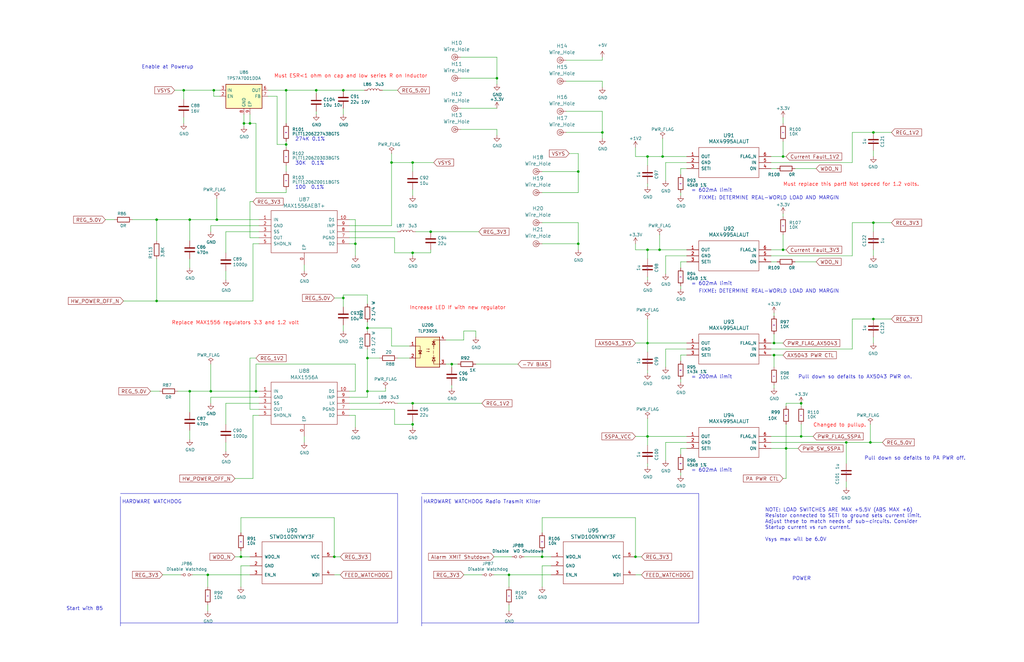
<source format=kicad_sch>
(kicad_sch (version 20230121) (generator eeschema)
  (paper "USLedger")
  (title_block (title "Radiation Tolerant PacSat Communication") (date "2023-06-17") (rev "A") (company "AMSAT-NA") (comment 1 "N5BRG"))
  (junction (at 181.61 97.79))
  (junction (at 228.6 234.95))
  (junction (at 101.6 234.95))
  (junction (at 140.97 234.95))
  (junction (at 326.39 144.78))
  (junction (at 254 55.88))
  (junction (at 279.4 66.04))
  (junction (at 173.99 106.68))
  (junction (at 77.47 38.1))
  (junction (at 278.13 105.41))
  (junction (at 66.04 127))
  (junction (at 80.01 165.1))
  (junction (at 267.97 234.95))
  (junction (at 273.05 184.15))
  (junction (at 154.94 151.13))
  (junction (at 144.78 38.1))
  (junction (at 368.3 134.62))
  (junction (at 88.9 165.1))
  (junction (at 243.84 72.39))
  (junction (at 337.82 170.18))
  (junction (at 120.65 60.96))
  (junction (at 102.87 52.07))
  (junction (at 90.17 38.1))
  (junction (at 144.78 125.73))
  (junction (at 149.86 102.87))
  (junction (at 154.94 138.43))
  (junction (at 330.2 105.41))
  (junction (at 214.63 242.57))
  (junction (at 105.41 52.07))
  (junction (at 154.94 165.1))
  (junction (at 165.1 68.58))
  (junction (at 173.99 179.07))
  (junction (at 337.82 184.15))
  (junction (at 356.87 186.69))
  (junction (at 133.35 38.1))
  (junction (at 120.65 38.1))
  (junction (at 330.2 66.04))
  (junction (at 87.63 242.57))
  (junction (at 80.01 92.71))
  (junction (at 368.3 55.88))
  (junction (at 107.95 165.1))
  (junction (at 91.44 92.71))
  (junction (at 173.99 170.18))
  (junction (at 243.84 102.87))
  (junction (at 173.99 68.58))
  (junction (at 273.05 105.41))
  (junction (at 326.39 149.86))
  (junction (at 209.55 33.02))
  (junction (at 66.04 92.71))
  (junction (at 273.05 66.04))
  (junction (at 331.47 189.23))
  (junction (at 367.03 186.69))
  (junction (at 368.3 93.98))
  (junction (at 273.05 144.78))
  (junction (at 190.5 153.67))
  (wire (pts (xy 287.02 81.28) (xy 287.02 82.55)))
  (wire (pts (xy 273.05 176.53) (xy 273.05 184.15)))
  (wire (pts (xy 147.32 172.72) (xy 166.37 172.72)))
  (wire (pts (xy 220.98 234.95) (xy 228.6 234.95)))
  (wire (pts (xy 194.31 54.61) (xy 209.55 54.61)))
  (wire (pts (xy 330.2 66.04) (xy 331.47 66.04)))
  (wire (pts (xy 273.05 156.21) (xy 273.05 157.48)))
  (wire (pts (xy 195.58 143.51) (xy 195.58 139.7)))
  (wire (pts (xy 243.84 64.77) (xy 240.03 64.77)))
  (polyline (pts (xy 50.8 208.28) (xy 167.64 208.28)))
  (wire (pts (xy 107.95 81.28) (xy 120.65 81.28)))
  (wire (pts (xy 95.25 97.79) (xy 95.25 106.68)))
  (wire (pts (xy 200.66 139.7) (xy 200.66 142.24)))
  (wire (pts (xy 359.41 107.95) (xy 359.41 93.98)))
  (wire (pts (xy 120.65 60.96) (xy 120.65 62.23)))
  (wire (pts (xy 359.41 68.58) (xy 359.41 55.88)))
  (wire (pts (xy 166.37 172.72) (xy 166.37 179.07)))
  (wire (pts (xy 66.04 109.22) (xy 66.04 127)))
  (polyline (pts (xy 167.64 262.89) (xy 50.8 262.89)))
  (wire (pts (xy 190.5 153.67) (xy 193.04 153.67)))
  (wire (pts (xy 105.41 100.33) (xy 109.22 100.33)))
  (wire (pts (xy 359.41 134.62) (xy 359.41 147.32)))
  (wire (pts (xy 273.05 184.15) (xy 289.56 184.15)))
  (wire (pts (xy 330.2 49.53) (xy 330.2 52.07)))
  (wire (pts (xy 368.3 93.98) (xy 375.92 93.98)))
  (wire (pts (xy 190.5 153.67) (xy 190.5 154.94)))
  (wire (pts (xy 95.25 114.3) (xy 95.25 118.11)))
  (polyline (pts (xy 294.64 262.89) (xy 177.8 262.89)))
  (wire (pts (xy 172.72 146.05) (xy 165.1 146.05)))
  (wire (pts (xy 144.78 38.1) (xy 153.67 38.1)))
  (wire (pts (xy 330.2 201.93) (xy 331.47 201.93)))
  (wire (pts (xy 77.47 49.53) (xy 77.47 52.07)))
  (wire (pts (xy 228.6 234.95) (xy 232.41 234.95)))
  (wire (pts (xy 144.78 124.46) (xy 144.78 125.73)))
  (wire (pts (xy 337.82 170.18) (xy 337.82 171.45)))
  (wire (pts (xy 116.84 60.96) (xy 120.65 60.96)))
  (wire (pts (xy 287.02 152.4) (xy 287.02 149.86)))
  (wire (pts (xy 81.28 242.57) (xy 87.63 242.57)))
  (wire (pts (xy 116.84 40.64) (xy 116.84 60.96)))
  (wire (pts (xy 147.32 165.1) (xy 149.86 165.1)))
  (wire (pts (xy 331.47 179.07) (xy 331.47 189.23)))
  (wire (pts (xy 99.06 234.95) (xy 101.6 234.95)))
  (wire (pts (xy 279.4 66.04) (xy 289.56 66.04)))
  (wire (pts (xy 105.41 238.76) (xy 101.6 238.76)))
  (wire (pts (xy 335.28 71.12) (xy 344.17 71.12)))
  (wire (pts (xy 120.65 69.85) (xy 120.65 72.39)))
  (wire (pts (xy 101.6 234.95) (xy 105.41 234.95)))
  (wire (pts (xy 181.61 106.68) (xy 173.99 106.68)))
  (wire (pts (xy 109.22 97.79) (xy 95.25 97.79)))
  (wire (pts (xy 209.55 54.61) (xy 209.55 57.15)))
  (wire (pts (xy 368.3 66.04) (xy 368.3 63.5)))
  (wire (pts (xy 140.97 234.95) (xy 143.51 234.95)))
  (wire (pts (xy 44.45 92.71) (xy 48.26 92.71)))
  (wire (pts (xy 109.22 175.26) (xy 106.68 175.26)))
  (wire (pts (xy 368.3 105.41) (xy 368.3 107.95)))
  (wire (pts (xy 273.05 109.22) (xy 273.05 105.41)))
  (wire (pts (xy 254 46.99) (xy 254 55.88)))
  (wire (pts (xy 90.17 40.64) (xy 92.71 40.64)))
  (wire (pts (xy 356.87 186.69) (xy 367.03 186.69)))
  (wire (pts (xy 325.12 66.04) (xy 330.2 66.04)))
  (wire (pts (xy 337.82 184.15) (xy 342.9 184.15)))
  (wire (pts (xy 287.02 191.77) (xy 287.02 189.23)))
  (wire (pts (xy 106.68 201.93) (xy 106.68 175.26)))
  (wire (pts (xy 105.41 48.26) (xy 105.41 52.07)))
  (wire (pts (xy 167.64 151.13) (xy 172.72 151.13)))
  (wire (pts (xy 173.99 80.01) (xy 173.99 82.55)))
  (wire (pts (xy 267.97 62.23) (xy 267.97 66.04)))
  (wire (pts (xy 181.61 105.41) (xy 181.61 106.68)))
  (wire (pts (xy 113.03 40.64) (xy 116.84 40.64)))
  (wire (pts (xy 368.3 55.88) (xy 375.92 55.88)))
  (wire (pts (xy 120.65 59.69) (xy 120.65 60.96)))
  (wire (pts (xy 102.87 52.07) (xy 102.87 53.34)))
  (wire (pts (xy 190.5 162.56) (xy 190.5 163.83)))
  (wire (pts (xy 182.88 68.58) (xy 173.99 68.58)))
  (wire (pts (xy 154.94 138.43) (xy 154.94 139.7)))
  (wire (pts (xy 326.39 144.78) (xy 325.12 144.78)))
  (wire (pts (xy 273.05 148.59) (xy 273.05 144.78)))
  (wire (pts (xy 107.95 81.28) (xy 107.95 52.07)))
  (wire (pts (xy 278.13 105.41) (xy 289.56 105.41)))
  (wire (pts (xy 109.22 167.64) (xy 88.9 167.64)))
  (wire (pts (xy 273.05 134.62) (xy 273.05 144.78)))
  (wire (pts (xy 77.47 38.1) (xy 90.17 38.1)))
  (wire (pts (xy 149.86 102.87) (xy 149.86 107.95)))
  (wire (pts (xy 208.28 242.57) (xy 214.63 242.57)))
  (wire (pts (xy 144.78 124.46) (xy 154.94 124.46)))
  (wire (pts (xy 133.35 46.99) (xy 133.35 48.26)))
  (wire (pts (xy 287.02 199.39) (xy 287.02 200.66)))
  (wire (pts (xy 200.66 153.67) (xy 218.44 153.67)))
  (wire (pts (xy 273.05 69.85) (xy 273.05 66.04)))
  (wire (pts (xy 77.47 41.91) (xy 77.47 38.1)))
  (wire (pts (xy 331.47 170.18) (xy 331.47 171.45)))
  (wire (pts (xy 243.84 102.87) (xy 243.84 105.41)))
  (wire (pts (xy 326.39 132.08) (xy 326.39 133.35)))
  (wire (pts (xy 101.6 218.44) (xy 140.97 218.44)))
  (wire (pts (xy 368.3 134.62) (xy 375.92 134.62)))
  (polyline (pts (xy 177.8 208.28) (xy 294.64 208.28)))
  (wire (pts (xy 330.2 66.04) (xy 330.2 59.69)))
  (wire (pts (xy 95.25 186.69) (xy 95.25 190.5)))
  (wire (pts (xy 325.12 184.15) (xy 337.82 184.15)))
  (wire (pts (xy 173.99 72.39) (xy 173.99 68.58)))
  (wire (pts (xy 273.05 195.58) (xy 273.05 196.85)))
  (wire (pts (xy 149.86 92.71) (xy 149.86 102.87)))
  (wire (pts (xy 80.01 165.1) (xy 88.9 165.1)))
  (wire (pts (xy 187.96 143.51) (xy 195.58 143.51)))
  (wire (pts (xy 326.39 149.86) (xy 326.39 154.94)))
  (wire (pts (xy 173.99 179.07) (xy 173.99 180.34)))
  (wire (pts (xy 106.68 102.87) (xy 109.22 102.87)))
  (wire (pts (xy 356.87 195.58) (xy 356.87 186.69)))
  (wire (pts (xy 66.04 92.71) (xy 66.04 101.6)))
  (wire (pts (xy 273.05 144.78) (xy 289.56 144.78)))
  (wire (pts (xy 80.01 92.71) (xy 80.01 101.6)))
  (wire (pts (xy 287.02 160.02) (xy 287.02 161.29)))
  (wire (pts (xy 144.78 137.16) (xy 144.78 139.7)))
  (wire (pts (xy 287.02 73.66) (xy 287.02 71.12)))
  (wire (pts (xy 165.1 95.25) (xy 165.1 68.58)))
  (wire (pts (xy 95.25 170.18) (xy 95.25 179.07)))
  (wire (pts (xy 162.56 163.83) (xy 162.56 165.1)))
  (wire (pts (xy 161.29 38.1) (xy 167.64 38.1)))
  (wire (pts (xy 154.94 151.13) (xy 160.02 151.13)))
  (wire (pts (xy 133.35 39.37) (xy 133.35 38.1)))
  (wire (pts (xy 76.2 242.57) (xy 68.58 242.57)))
  (wire (pts (xy 88.9 165.1) (xy 107.95 165.1)))
  (wire (pts (xy 326.39 162.56) (xy 326.39 163.83)))
  (wire (pts (xy 147.32 102.87) (xy 149.86 102.87)))
  (wire (pts (xy 87.63 255.27) (xy 87.63 257.81)))
  (wire (pts (xy 267.97 66.04) (xy 273.05 66.04)))
  (wire (pts (xy 209.55 24.13) (xy 209.55 33.02)))
  (wire (pts (xy 267.97 218.44) (xy 267.97 234.95)))
  (wire (pts (xy 105.41 151.13) (xy 107.95 151.13)))
  (wire (pts (xy 331.47 189.23) (xy 336.55 189.23)))
  (wire (pts (xy 187.96 153.67) (xy 190.5 153.67)))
  (wire (pts (xy 287.02 110.49) (xy 289.56 110.49)))
  (wire (pts (xy 133.35 38.1) (xy 144.78 38.1)))
  (wire (pts (xy 105.41 52.07) (xy 107.95 52.07)))
  (wire (pts (xy 120.65 80.01) (xy 120.65 81.28)))
  (wire (pts (xy 368.3 144.78) (xy 368.3 142.24)))
  (wire (pts (xy 154.94 151.13) (xy 154.94 165.1)))
  (wire (pts (xy 102.87 48.26) (xy 102.87 52.07)))
  (wire (pts (xy 167.64 170.18) (xy 173.99 170.18)))
  (wire (pts (xy 113.03 38.1) (xy 120.65 38.1)))
  (wire (pts (xy 165.1 138.43) (xy 154.94 138.43)))
  (wire (pts (xy 330.2 105.41) (xy 331.47 105.41)))
  (wire (pts (xy 107.95 153.67) (xy 107.95 165.1)))
  (wire (pts (xy 144.78 45.72) (xy 144.78 48.26)))
  (wire (pts (xy 289.56 68.58) (xy 280.67 68.58)))
  (wire (pts (xy 273.05 105.41) (xy 278.13 105.41)))
  (wire (pts (xy 128.27 184.15) (xy 128.27 186.69)))
  (wire (pts (xy 173.99 177.8) (xy 173.99 179.07)))
  (wire (pts (xy 106.68 127) (xy 106.68 102.87)))
  (wire (pts (xy 267.97 184.15) (xy 273.05 184.15)))
  (wire (pts (xy 149.86 175.26) (xy 149.86 180.34)))
  (wire (pts (xy 238.76 55.88) (xy 254 55.88)))
  (wire (pts (xy 228.6 238.76) (xy 228.6 247.65)))
  (wire (pts (xy 80.01 109.22) (xy 80.01 113.03)))
  (wire (pts (xy 74.93 165.1) (xy 80.01 165.1)))
  (wire (pts (xy 287.02 71.12) (xy 289.56 71.12)))
  (wire (pts (xy 175.26 97.79) (xy 181.61 97.79)))
  (wire (pts (xy 209.55 33.02) (xy 209.55 35.56)))
  (wire (pts (xy 359.41 93.98) (xy 368.3 93.98)))
  (wire (pts (xy 88.9 95.25) (xy 88.9 97.79)))
  (wire (pts (xy 254 34.29) (xy 254 36.83)))
  (wire (pts (xy 368.3 93.98) (xy 368.3 97.79)))
  (wire (pts (xy 173.99 106.68) (xy 173.99 107.95)))
  (wire (pts (xy 147.32 97.79) (xy 167.64 97.79)))
  (wire (pts (xy 238.76 25.4) (xy 254 25.4)))
  (wire (pts (xy 287.02 120.65) (xy 287.02 121.92)))
  (wire (pts (xy 273.05 66.04) (xy 279.4 66.04)))
  (wire (pts (xy 228.6 224.79) (xy 228.6 218.44)))
  (wire (pts (xy 367.03 186.69) (xy 372.11 186.69)))
  (wire (pts (xy 254 55.88) (xy 254 58.42)))
  (wire (pts (xy 287.02 189.23) (xy 289.56 189.23)))
  (wire (pts (xy 330.2 105.41) (xy 330.2 99.06)))
  (wire (pts (xy 243.84 72.39) (xy 243.84 81.28)))
  (wire (pts (xy 267.97 234.95) (xy 270.51 234.95)))
  (polyline (pts (xy 50.8 264.16) (xy 50.8 209.55)))
  (wire (pts (xy 243.84 93.98) (xy 243.84 102.87)))
  (wire (pts (xy 228.6 93.98) (xy 243.84 93.98)))
  (wire (pts (xy 90.17 38.1) (xy 90.17 40.64)))
  (wire (pts (xy 359.41 147.32) (xy 325.12 147.32)))
  (wire (pts (xy 87.63 242.57) (xy 87.63 247.65)))
  (wire (pts (xy 105.41 85.09) (xy 106.68 85.09)))
  (wire (pts (xy 273.05 187.96) (xy 273.05 184.15)))
  (wire (pts (xy 109.22 170.18) (xy 95.25 170.18)))
  (wire (pts (xy 166.37 106.68) (xy 173.99 106.68)))
  (wire (pts (xy 214.63 255.27) (xy 214.63 257.81)))
  (wire (pts (xy 80.01 92.71) (xy 91.44 92.71)))
  (wire (pts (xy 228.6 102.87) (xy 243.84 102.87)))
  (wire (pts (xy 140.97 242.57) (xy 143.51 242.57)))
  (wire (pts (xy 325.12 149.86) (xy 326.39 149.86)))
  (wire (pts (xy 194.31 45.72) (xy 209.55 45.72)))
  (wire (pts (xy 238.76 46.99) (xy 254 46.99)))
  (wire (pts (xy 91.44 92.71) (xy 109.22 92.71)))
  (wire (pts (xy 325.12 71.12) (xy 327.66 71.12)))
  (wire (pts (xy 105.41 85.09) (xy 105.41 100.33)))
  (wire (pts (xy 147.32 95.25) (xy 165.1 95.25)))
  (wire (pts (xy 154.94 147.32) (xy 154.94 151.13)))
  (wire (pts (xy 335.28 110.49) (xy 344.17 110.49)))
  (wire (pts (xy 267.97 144.78) (xy 273.05 144.78)))
  (wire (pts (xy 147.32 170.18) (xy 160.02 170.18)))
  (wire (pts (xy 267.97 105.41) (xy 273.05 105.41)))
  (wire (pts (xy 367.03 179.07) (xy 367.03 186.69)))
  (wire (pts (xy 88.9 153.67) (xy 88.9 165.1)))
  (wire (pts (xy 214.63 242.57) (xy 232.41 242.57)))
  (wire (pts (xy 66.04 92.71) (xy 80.01 92.71)))
  (wire (pts (xy 325.12 105.41) (xy 330.2 105.41)))
  (wire (pts (xy 166.37 100.33) (xy 166.37 106.68)))
  (wire (pts (xy 120.65 38.1) (xy 120.65 52.07)))
  (wire (pts (xy 273.05 77.47) (xy 273.05 78.74)))
  (wire (pts (xy 88.9 167.64) (xy 88.9 170.18)))
  (wire (pts (xy 330.2 90.17) (xy 330.2 91.44)))
  (wire (pts (xy 109.22 95.25) (xy 88.9 95.25)))
  (wire (pts (xy 280.67 147.32) (xy 280.67 154.94)))
  (wire (pts (xy 331.47 189.23) (xy 331.47 201.93)))
  (wire (pts (xy 289.56 107.95) (xy 280.67 107.95)))
  (wire (pts (xy 267.97 102.87) (xy 267.97 105.41)))
  (wire (pts (xy 228.6 81.28) (xy 243.84 81.28)))
  (wire (pts (xy 165.1 68.58) (xy 173.99 68.58)))
  (wire (pts (xy 330.2 149.86) (xy 326.39 149.86)))
  (wire (pts (xy 154.94 165.1) (xy 154.94 167.64)))
  (wire (pts (xy 359.41 134.62) (xy 368.3 134.62)))
  (wire (pts (xy 105.41 172.72) (xy 105.41 151.13)))
  (wire (pts (xy 90.17 38.1) (xy 92.71 38.1)))
  (wire (pts (xy 325.12 110.49) (xy 327.66 110.49)))
  (polyline (pts (xy 167.64 208.28) (xy 167.64 262.89)))
  (wire (pts (xy 254 24.13) (xy 254 25.4)))
  (wire (pts (xy 289.56 186.69) (xy 280.67 186.69)))
  (wire (pts (xy 273.05 116.84) (xy 273.05 118.11)))
  (wire (pts (xy 287.02 149.86) (xy 289.56 149.86)))
  (wire (pts (xy 232.41 238.76) (xy 228.6 238.76)))
  (wire (pts (xy 52.07 127) (xy 66.04 127)))
  (wire (pts (xy 154.94 135.89) (xy 154.94 138.43)))
  (wire (pts (xy 101.6 232.41) (xy 101.6 234.95)))
  (wire (pts (xy 326.39 140.97) (xy 326.39 144.78)))
  (wire (pts (xy 87.63 242.57) (xy 105.41 242.57)))
  (wire (pts (xy 194.31 24.13) (xy 209.55 24.13)))
  (wire (pts (xy 337.82 170.18) (xy 331.47 170.18)))
  (wire (pts (xy 147.32 92.71) (xy 149.86 92.71)))
  (wire (pts (xy 120.65 38.1) (xy 133.35 38.1)))
  (wire (pts (xy 109.22 172.72) (xy 105.41 172.72)))
  (polyline (pts (xy 177.8 264.16) (xy 177.8 209.55)))
  (wire (pts (xy 195.58 139.7) (xy 200.66 139.7)))
  (wire (pts (xy 325.12 186.69) (xy 356.87 186.69)))
  (wire (pts (xy 359.41 55.88) (xy 368.3 55.88)))
  (wire (pts (xy 166.37 179.07) (xy 173.99 179.07)))
  (wire (pts (xy 165.1 146.05) (xy 165.1 138.43)))
  (wire (pts (xy 289.56 147.32) (xy 280.67 147.32)))
  (wire (pts (xy 243.84 64.77) (xy 243.84 72.39)))
  (wire (pts (xy 101.6 224.79) (xy 101.6 218.44)))
  (wire (pts (xy 214.63 242.57) (xy 214.63 247.65)))
  (wire (pts (xy 356.87 205.74) (xy 356.87 203.2)))
  (wire (pts (xy 325.12 107.95) (xy 359.41 107.95)))
  (wire (pts (xy 144.78 125.73) (xy 140.97 125.73)))
  (wire (pts (xy 267.97 242.57) (xy 270.51 242.57)))
  (wire (pts (xy 66.04 127) (xy 106.68 127)))
  (wire (pts (xy 173.99 170.18) (xy 203.2 170.18)))
  (wire (pts (xy 147.32 167.64) (xy 154.94 167.64)))
  (wire (pts (xy 102.87 52.07) (xy 105.41 52.07)))
  (wire (pts (xy 330.2 144.78) (xy 326.39 144.78)))
  (wire (pts (xy 287.02 113.03) (xy 287.02 110.49)))
  (wire (pts (xy 154.94 124.46) (xy 154.94 128.27)))
  (wire (pts (xy 325.12 189.23) (xy 331.47 189.23)))
  (wire (pts (xy 337.82 179.07) (xy 337.82 184.15)))
  (wire (pts (xy 80.01 165.1) (xy 80.01 173.99)))
  (wire (pts (xy 165.1 64.77) (xy 165.1 68.58)))
  (wire (pts (xy 147.32 175.26) (xy 149.86 175.26)))
  (wire (pts (xy 228.6 218.44) (xy 267.97 218.44)))
  (wire (pts (xy 149.86 153.67) (xy 107.95 153.67)))
  (wire (pts (xy 128.27 111.76) (xy 128.27 114.3)))
  (wire (pts (xy 278.13 99.06) (xy 278.13 105.41)))
  (wire (pts (xy 144.78 129.54) (xy 144.78 125.73)))
  (wire (pts (xy 280.67 186.69) (xy 280.67 194.31)))
  (wire (pts (xy 280.67 68.58) (xy 280.67 76.2)))
  (wire (pts (xy 228.6 232.41) (xy 228.6 234.95)))
  (wire (pts (xy 55.88 92.71) (xy 66.04 92.71)))
  (wire (pts (xy 149.86 165.1) (xy 149.86 153.67)))
  (wire (pts (xy 91.44 83.82) (xy 91.44 92.71)))
  (wire (pts (xy 101.6 238.76) (xy 101.6 247.65)))
  (wire (pts (xy 279.4 58.42) (xy 279.4 66.04)))
  (wire (pts (xy 325.12 68.58) (xy 359.41 68.58)))
  (wire (pts (xy 147.32 100.33) (xy 166.37 100.33)))
  (wire (pts (xy 77.47 38.1) (xy 73.66 38.1)))
  (wire (pts (xy 228.6 72.39) (xy 243.84 72.39)))
  (wire (pts (xy 63.5 165.1) (xy 67.31 165.1)))
  (wire (pts (xy 194.31 33.02) (xy 209.55 33.02)))
  (wire (pts (xy 107.95 165.1) (xy 109.22 165.1)))
  (wire (pts (xy 208.28 234.95) (xy 215.9 234.95)))
  (wire (pts (xy 181.61 97.79) (xy 201.93 97.79)))
  (polyline (pts (xy 294.64 208.28) (xy 294.64 262.89)))
  (wire (pts (xy 140.97 218.44) (xy 140.97 234.95)))
  (wire (pts (xy 80.01 181.61) (xy 80.01 185.42)))
  (wire (pts (xy 154.94 165.1) (xy 162.56 165.1)))
  (wire (pts (xy 99.06 201.93) (xy 106.68 201.93)))
  (wire (pts (xy 280.67 107.95) (xy 280.67 115.57)))
  (wire (pts (xy 238.76 34.29) (xy 254 34.29)))
  (wire (pts (xy 203.2 242.57) (xy 195.58 242.57)))
  (text "Replace MAX1556 regulators 3.3 and 1.2 volt\n" (at 72.39 137.16 0) (effects (font (size 1.524 1.524)) (justify left bottom)))
  (text "Increase LED If with new regulator" (at 172.72 130.81 0) (effects (font (size 1.524 1.524)) (justify left bottom)))
  (text "= 200mA limit" (at 291.465 160.02 0) (effects (font (size 1.524 1.524)) (justify left bottom)))
  (text "FIXME: DETERMINE REAL-WORLD LOAD AND MARGIN" (at 294.64 84.455 0) (effects (font (size 1.524 1.524)) (justify left bottom)))
  (text "Must replace this part! Not speced for 1.2 volts." (at 330.2 78.74 0) (effects (font (size 1.524 1.524)) (justify left bottom)))
  (text "Must ESR<1 ohm on cap and low series R on Inductor" (at 115.57 33.02 0) (effects (font (size 1.524 1.524)) (justify left bottom)))
  (text "Start with 85" (at 27.94 257.81 0) (effects (font (size 1.524 1.524)) (justify left bottom)))
  (text "30K  0.1%" (at 124.46 69.85 0) (effects (font (size 1.524 1.524)) (justify left bottom)))
  (text "Changed to pullup." (at 342.9 180.34 0) (effects (font (size 1.524 1.524)) (justify left bottom)))
  (text "274K 0.1%" (at 124.46 59.69 0) (effects (font (size 1.524 1.524)) (justify left bottom)))
  (text "NOTE: LOAD SWITCHES ARE MAX +5.5V (ABS MAX +6)\nResistor connected to SETI to ground sets current limit.\nAdjust these to match needs of sub-circuits. Consider\nStartup current vs run current.\n" (at 322.58 223.52 0) (effects (font (size 1.524 1.524)) (justify left bottom)))
  (text "HARDWARE WATCHDOG" (at 51.435 212.725 0) (effects (font (size 1.524 1.524)) (justify left bottom)))
  (text "100  0.1%" (at 124.46 80.01 0) (effects (font (size 1.524 1.524)) (justify left bottom)))
  (text "FIXME: DETERMINE REAL-WORLD LOAD AND MARGIN" (at 294.64 123.825 0) (effects (font (size 1.524 1.524)) (justify left bottom)))
  (text "Vsys max will be 6.0V" (at 322.58 228.6 0) (effects (font (size 1.524 1.524)) (justify left bottom)))
  (text "HARDWARE WATCHDOG Radio Trasmit Killer" (at 178.435 212.725 0) (effects (font (size 1.524 1.524)) (justify left bottom)))
  (text "= 602mA limit" (at 291.465 120.65 0) (effects (font (size 1.524 1.524)) (justify left bottom)))
  (text "Pull down so defalts to AX5043 PWR on." (at 336.55 160.02 0) (effects (font (size 1.524 1.524)) (justify left bottom)))
  (text "Enable at Powerup" (at 59.69 29.21 0) (effects (font (size 1.524 1.524)) (justify left bottom)))
  (text "Pull down so defalts to PA PWR off." (at 364.49 194.31 0) (effects (font (size 1.524 1.524)) (justify left bottom)))
  (text "= 602mA limit" (at 291.465 81.28 0) (effects (font (size 1.524 1.524)) (justify left bottom)))
  (text "POWER" (at 334.01 245.11 0) (effects (font (size 1.524 1.524)) (justify left bottom)))
  (text "= 602mA limit" (at 291.465 199.39 0) (effects (font (size 1.524 1.524)) (justify left bottom)))
  (global_label "HW_POWER_OFF_N" (shape input) (at 99.06 201.93 180) (effects (font (size 1.524 1.524))) (property "Intersheetrefs" "${INTERSHEET_REFS}" (effects hide)))
  (global_label "HW_POWER_OFF_N" (shape input) (at 52.07 127 180) (effects (font (size 1.524 1.524))) (property "Intersheetrefs" "${INTERSHEET_REFS}" (effects hide)))
  (global_label "PWR_FLAG_AX5043" (shape input) (at 330.2 144.78 0) (effects (font (size 1.524 1.524))) (property "Intersheetrefs" "${INTERSHEET_REFS}" (effects hide)))
  (global_label "-7V BIAS" (shape input) (at 218.44 153.67 0) (effects (font (size 1.524 1.524))) (property "Intersheetrefs" "${INTERSHEET_REFS}" (effects hide)))
  (global_label "VSYS" (shape input) (at 182.88 68.58 0) (effects (font (size 1.524 1.524))) (property "Intersheetrefs" "${INTERSHEET_REFS}" (effects hide)))
  (global_label "WDO_N" (shape input) (at 344.17 110.49 0) (effects (font (size 1.524 1.524))) (property "Intersheetrefs" "${INTERSHEET_REFS}" (effects hide)))
  (global_label "REG_5.0V" (shape input) (at 63.5 165.1 180) (effects (font (size 1.524 1.524))) (property "Intersheetrefs" "${INTERSHEET_REFS}" (effects hide)))
  (global_label "WDO_N" (shape input) (at 99.06 234.95 180) (effects (font (size 1.524 1.524))) (property "Intersheetrefs" "${INTERSHEET_REFS}" (effects hide)))
  (global_label "REG_3V3" (shape input) (at 270.51 234.95 0) (effects (font (size 1.524 1.524))) (property "Intersheetrefs" "${INTERSHEET_REFS}" (effects hide)))
  (global_label "REG_3V3" (shape input) (at 68.58 242.57 180) (effects (font (size 1.524 1.524))) (property "Intersheetrefs" "${INTERSHEET_REFS}" (effects hide)))
  (global_label "PWR_SW_SSPA" (shape input) (at 336.55 189.23 0) (effects (font (size 1.524 1.524))) (property "Intersheetrefs" "${INTERSHEET_REFS}" (effects hide)))
  (global_label "REG_1V2" (shape input) (at 107.95 151.13 0) (effects (font (size 1.524 1.524))) (property "Intersheetrefs" "${INTERSHEET_REFS}" (effects hide)))
  (global_label "REG_3V3" (shape input) (at 201.93 97.79 0) (effects (font (size 1.524 1.524))) (property "Intersheetrefs" "${INTERSHEET_REFS}" (effects hide)))
  (global_label "WDO_N" (shape input) (at 344.17 71.12 0) (effects (font (size 1.524 1.524))) (property "Intersheetrefs" "${INTERSHEET_REFS}" (effects hide)))
  (global_label "REG_1V2" (shape input) (at 203.2 170.18 0) (effects (font (size 1.524 1.524))) (property "Intersheetrefs" "${INTERSHEET_REFS}" (effects hide)))
  (global_label "Current Fault_1V2" (shape input) (at 331.47 66.04 0) (effects (font (size 1.524 1.524))) (property "Intersheetrefs" "${INTERSHEET_REFS}" (effects hide)))
  (global_label "SSPA_VCC" (shape input) (at 267.97 184.15 180) (effects (font (size 1.524 1.524))) (property "Intersheetrefs" "${INTERSHEET_REFS}" (effects hide)))
  (global_label "FEED_WATCHDOG" (shape input) (at 270.51 242.57 0) (effects (font (size 1.524 1.524))) (property "Intersheetrefs" "${INTERSHEET_REFS}" (effects hide)))
  (global_label "REG_3V3" (shape input) (at 143.51 234.95 0) (effects (font (size 1.524 1.524))) (property "Intersheetrefs" "${INTERSHEET_REFS}" (effects hide)))
  (global_label "PWR_FLAG_SSPA" (shape input) (at 342.9 184.15 0) (effects (font (size 1.524 1.524))) (property "Intersheetrefs" "${INTERSHEET_REFS}" (effects hide)))
  (global_label "AX5043_3V3" (shape input) (at 267.97 144.78 180) (effects (font (size 1.524 1.524))) (property "Intersheetrefs" "${INTERSHEET_REFS}" (effects hide)))
  (global_label "REG_3V3" (shape input) (at 106.68 85.09 0) (effects (font (size 1.524 1.524))) (property "Intersheetrefs" "${INTERSHEET_REFS}" (effects hide)))
  (global_label "AX5043 PWR CTL" (shape input) (at 330.2 149.86 0) (effects (font (size 1.524 1.524))) (property "Intersheetrefs" "${INTERSHEET_REFS}" (effects hide)))
  (global_label "VSYS" (shape input) (at 73.66 38.1 180) (effects (font (size 1.524 1.524))) (property "Intersheetrefs" "${INTERSHEET_REFS}" (effects hide)))
  (global_label "Current Fault_3V3" (shape input) (at 331.47 105.41 0) (effects (font (size 1.524 1.524))) (property "Intersheetrefs" "${INTERSHEET_REFS}" (effects hide)))
  (global_label "REG_1V2" (shape input) (at 375.92 55.88 0) (effects (font (size 1.524 1.524))) (property "Intersheetrefs" "${INTERSHEET_REFS}" (effects hide)))
  (global_label "REG_3V3" (shape input) (at 375.92 134.62 0) (effects (font (size 1.524 1.524))) (property "Intersheetrefs" "${INTERSHEET_REFS}" (effects hide)))
  (global_label "REG_3V3" (shape input) (at 195.58 242.57 180) (effects (font (size 1.524 1.524))) (property "Intersheetrefs" "${INTERSHEET_REFS}" (effects hide)))
  (global_label "FEED_WATCHDOG" (shape input) (at 143.51 242.57 0) (effects (font (size 1.524 1.524))) (property "Intersheetrefs" "${INTERSHEET_REFS}" (effects hide)))
  (global_label "REG_5.0V" (shape input) (at 140.97 125.73 180) (effects (font (size 1.524 1.524))) (property "Intersheetrefs" "${INTERSHEET_REFS}" (effects hide)))
  (global_label "REG_3V3" (shape input) (at 375.92 93.98 0) (effects (font (size 1.524 1.524))) (property "Intersheetrefs" "${INTERSHEET_REFS}" (effects hide)))
  (global_label "REG_5.0V" (shape input) (at 44.45 92.71 180) (effects (font (size 1.524 1.524))) (property "Intersheetrefs" "${INTERSHEET_REFS}" (effects hide)))
  (global_label "VSYS" (shape input) (at 240.03 64.77 180) (effects (font (size 1.524 1.524))) (property "Intersheetrefs" "${INTERSHEET_REFS}" (effects hide)))
  (global_label "PA PWR CTL" (shape input) (at 330.2 201.93 180) (effects (font (size 1.524 1.524))) (property "Intersheetrefs" "${INTERSHEET_REFS}" (effects hide)))
  (global_label "Alarm XMIT Shutdown" (shape input) (at 208.28 234.95 180) (effects (font (size 1.524 1.524))) (property "Intersheetrefs" "${INTERSHEET_REFS}" (effects hide)))
  (global_label "REG_5.0V" (shape input) (at 372.11 186.69 0) (effects (font (size 1.524 1.524))) (property "Intersheetrefs" "${INTERSHEET_REFS}" (effects hide)))
  (global_label "REG_5.0V" (shape input) (at 167.64 38.1 0) (effects (font (size 1.524 1.524))) (property "Intersheetrefs" "${INTERSHEET_REFS}" (effects hide)))
  (symbol (lib_id "Device:L") (at 171.45 97.79 90) (unit 1)
    (property "Reference" "L87" (at 168.91 95.25 90))
    (property "Value" "3u3" (at 173.99 95.25 90))
    (property "Footprint" "Inductor_SMD:L_1210_3225Metric_Pad1.42x2.65mm_HandSolder" (effects hide))
  )
  (symbol (lib_id "Device:C") (at 181.61 101.6 0) (unit 1)
    (property "Reference" "C94" (at 184.531 100.4316 0) (effects (justify left)))
    (property "Value" "22u" (at 184.531 102.743 0) (effects (justify left)))
    (property "Footprint" "Capacitor_SMD:C_2220_5650Metric_Pad1.97x5.40mm_HandSolder" (effects hide))
  )
  (symbol (lib_id "Device:C") (at 80.01 105.41 0) (unit 1)
    (property "Reference" "C86" (at 82.931 104.2416 0) (effects (justify left)))
    (property "Value" "470n" (at 82.931 106.553 0) (effects (justify left)))
    (property "Footprint" "Capacitor_SMD:C_0603_1608Metric_Pad1.08x0.95mm_HandSolder" (effects hide))
  )
  (symbol (lib_id "power:GND") (at 80.01 113.03 0) (unit 1)
    (property "Reference" "#PWR088" (effects hide))
    (property "Value" "GND" (at 80.137 117.4242 0))
  )
  (symbol (lib_id "Device:C") (at 173.99 76.2 0) (unit 1)
    (property "Reference" "C92" (at 176.911 75.0316 0) (effects (justify left)))
    (property "Value" "10u" (at 176.911 77.343 0) (effects (justify left)))
    (property "Footprint" "Capacitor_SMD:C_1206_3216Metric_Pad1.33x1.80mm_HandSolder" (effects hide))
  )
  (symbol (lib_id "power:GND") (at 173.99 82.55 0) (unit 1)
    (property "Reference" "#PWR0111" (effects hide))
    (property "Value" "GND" (at 174.117 86.9442 0))
  )
  (symbol (lib_id "power:GND") (at 173.99 107.95 0) (unit 1)
    (property "Reference" "#PWR0115" (effects hide))
    (property "Value" "GND" (at 174.117 112.3442 0))
  )
  (symbol (lib_id "power:GND") (at 280.67 154.94 0) (unit 1)
    (property "Reference" "#PWR0135" (effects hide))
    (property "Value" "GND" (at 280.797 159.3342 0))
  )
  (symbol (lib_id "Device:C") (at 368.3 138.43 0) (mirror y) (unit 1)
    (property "Reference" "C123" (at 372.11 138.43 90))
    (property "Value" "1u" (at 364.49 138.43 90))
    (property "Footprint" "Capacitor_SMD:C_0805_2012Metric_Pad1.18x1.45mm_HandSolder" (effects hide))
    (property "Datasheet" "~" (at 368.3 138.43 0))
  )
  (symbol (lib_id "power:GND") (at 368.3 144.78 0) (mirror y) (unit 1)
    (property "Reference" "#PWR0190" (effects hide))
    (property "Value" "GND" (at 368.173 149.1742 0))
  )
  (symbol (lib_id "power:GND") (at 356.87 205.74 0) (mirror y) (unit 1)
    (property "Reference" "#PWR0187" (effects hide))
    (property "Value" "GND" (at 356.743 210.1342 0))
  )
  (symbol (lib_id "Device:C") (at 356.87 199.39 0) (mirror y) (unit 1)
    (property "Reference" "C101" (at 353.06 201.93 90))
    (property "Value" "1u" (at 353.06 196.85 90))
    (property "Footprint" "Capacitor_SMD:C_0805_2012Metric_Pad1.18x1.45mm_HandSolder" (effects hide))
    (property "Datasheet" "~" (at 356.87 199.39 0))
  )
  (symbol (lib_id "PACSAT_ICs:MAX1556A") (at 128.27 97.79 0) (unit 1)
    (property "Reference" "U87" (at 128.27 84.1502 0) (effects (font (size 1.524 1.524))))
    (property "Value" "MAX1556AEBT+" (at 128.27 86.8426 0) (effects (font (size 1.524 1.524))))
    (property "Footprint" "PacSatDev_maxim:TDFN_T1033_1" (effects hide))
  )
  (symbol (lib_id "Device:R") (at 52.07 92.71 90) (unit 1)
    (property "Reference" "R86" (at 53.34 90.17 90) (effects (justify left)))
    (property "Value" "0R" (at 53.34 95.25 90) (effects (justify left)))
    (property "Footprint" "Resistor_SMD:R_0603_1608Metric_Pad0.98x0.95mm_HandSolder" (effects hide))
  )
  (symbol (lib_id "Device:C") (at 95.25 110.49 0) (unit 1)
    (property "Reference" "C89" (at 98.171 109.3216 0) (effects (justify left)))
    (property "Value" "1000p" (at 98.171 111.633 0) (effects (justify left)))
    (property "Footprint" "Capacitor_SMD:C_0603_1608Metric_Pad1.08x0.95mm_HandSolder" (effects hide))
  )
  (symbol (lib_id "power:GND") (at 95.25 118.11 0) (unit 1)
    (property "Reference" "#PWR098" (effects hide))
    (property "Value" "GND" (at 95.377 122.5042 0))
  )
  (symbol (lib_id "power:GND") (at 88.9 97.79 0) (unit 1)
    (property "Reference" "#PWR096" (effects hide))
    (property "Value" "GND" (at 89.027 102.1842 0))
  )
  (symbol (lib_id "power:GND") (at 128.27 114.3 0) (unit 1)
    (property "Reference" "#PWR0108" (effects hide))
    (property "Value" "GND" (at 128.397 118.6942 0))
  )
  (symbol (lib_id "power:GND") (at 149.86 107.95 0) (unit 1)
    (property "Reference" "#PWR0113" (effects hide))
    (property "Value" "GND" (at 149.987 112.3442 0))
  )
  (symbol (lib_id "Device:L") (at 163.83 170.18 90) (unit 1)
    (property "Reference" "L88" (at 161.29 167.64 90))
    (property "Value" "3u3" (at 166.37 167.64 90))
    (property "Footprint" "Inductor_SMD:L_1210_3225Metric_Pad1.42x2.65mm_HandSolder" (effects hide))
  )
  (symbol (lib_id "Device:C") (at 173.99 173.99 0) (unit 1)
    (property "Reference" "C95" (at 176.911 172.8216 0) (effects (justify left)))
    (property "Value" "22u" (at 176.911 175.133 0) (effects (justify left)))
    (property "Footprint" "Capacitor_SMD:C_2220_5650Metric_Pad1.97x5.40mm_HandSolder" (effects hide))
  )
  (symbol (lib_id "Device:C") (at 80.01 177.8 0) (unit 1)
    (property "Reference" "C87" (at 82.931 176.6316 0) (effects (justify left)))
    (property "Value" "470n" (at 82.931 178.943 0) (effects (justify left)))
    (property "Footprint" "Capacitor_SMD:C_0603_1608Metric_Pad1.08x0.95mm_HandSolder" (effects hide))
  )
  (symbol (lib_id "power:GND") (at 80.01 185.42 0) (unit 1)
    (property "Reference" "#PWR092" (effects hide))
    (property "Value" "GND" (at 80.137 189.8142 0))
  )
  (symbol (lib_id "Device:C") (at 144.78 133.35 0) (unit 1)
    (property "Reference" "C93" (at 147.701 132.1816 0) (effects (justify left)))
    (property "Value" "10u" (at 147.701 134.493 0) (effects (justify left)))
    (property "Footprint" "Capacitor_SMD:C_2220_5650Metric_Pad1.97x5.40mm_HandSolder" (effects hide))
  )
  (symbol (lib_id "power:GND") (at 144.78 139.7 0) (unit 1)
    (property "Reference" "#PWR0112" (effects hide))
    (property "Value" "GND" (at 144.907 144.0942 0))
  )
  (symbol (lib_id "power:GND") (at 173.99 180.34 0) (unit 1)
    (property "Reference" "#PWR0116" (effects hide))
    (property "Value" "GND" (at 174.117 184.7342 0))
  )
  (symbol (lib_id "PACSAT_ICs:MAX1556A") (at 128.27 170.18 0) (unit 1)
    (property "Reference" "U88" (at 128.27 156.5402 0) (effects (font (size 1.524 1.524))))
    (property "Value" "MAX1556A" (at 128.27 159.2326 0) (effects (font (size 1.524 1.524))))
    (property "Footprint" "PacSatDev_maxim:TDFN_T1033_1" (effects hide))
  )
  (symbol (lib_id "Device:R") (at 71.12 165.1 90) (unit 1)
    (property "Reference" "R87" (at 72.39 162.56 90) (effects (justify left)))
    (property "Value" "0R" (at 72.39 167.64 90) (effects (justify left)))
    (property "Footprint" "Resistor_SMD:R_0603_1608Metric_Pad0.98x0.95mm_HandSolder" (effects hide))
  )
  (symbol (lib_id "Device:C") (at 95.25 182.88 0) (unit 1)
    (property "Reference" "C90" (at 98.171 181.7116 0) (effects (justify left)))
    (property "Value" "1000p" (at 98.171 184.023 0) (effects (justify left)))
    (property "Footprint" "Capacitor_SMD:C_0603_1608Metric_Pad1.08x0.95mm_HandSolder" (effects hide))
  )
  (symbol (lib_id "power:GND") (at 95.25 190.5 0) (unit 1)
    (property "Reference" "#PWR099" (effects hide))
    (property "Value" "GND" (at 95.377 194.8942 0))
  )
  (symbol (lib_id "power:GND") (at 88.9 170.18 0) (unit 1)
    (property "Reference" "#PWR097" (effects hide))
    (property "Value" "GND" (at 89.027 174.5742 0))
  )
  (symbol (lib_id "power:GND") (at 128.27 186.69 0) (unit 1)
    (property "Reference" "#PWR0109" (effects hide))
    (property "Value" "GND" (at 128.397 191.0842 0))
  )
  (symbol (lib_id "power:GND") (at 149.86 180.34 0) (unit 1)
    (property "Reference" "#PWR0114" (effects hide))
    (property "Value" "GND" (at 149.987 184.7342 0))
  )
  (symbol (lib_id "Device:R") (at 287.02 156.21 0) (unit 1)
    (property "Reference" "R95" (at 289.56 154.94 0) (effects (justify left)))
    (property "Value" "143k 1%" (at 289.56 156.845 0) (effects (justify left)))
    (property "Footprint" "Resistor_SMD:R_0603_1608Metric_Pad0.98x0.95mm_HandSolder" (effects hide))
    (property "Datasheet" "~" (at 287.02 156.21 0))
  )
  (symbol (lib_id "power:GND") (at 287.02 161.29 0) (unit 1)
    (property "Reference" "#PWR0139" (effects hide))
    (property "Value" "GND" (at 287.147 165.6842 0))
  )
  (symbol (lib_id "power:GND") (at 280.67 194.31 0) (unit 1)
    (property "Reference" "#PWR0136" (effects hide))
    (property "Value" "GND" (at 280.797 198.7042 0))
  )
  (symbol (lib_id "Device:R") (at 287.02 195.58 0) (unit 1)
    (property "Reference" "R96" (at 289.56 194.31 0) (effects (justify left)))
    (property "Value" "45k8 1%" (at 289.56 196.215 0) (effects (justify left)))
    (property "Footprint" "Resistor_SMD:R_0603_1608Metric_Pad0.98x0.95mm_HandSolder" (effects hide))
    (property "Datasheet" "~" (at 287.02 195.58 0))
  )
  (symbol (lib_id "power:GND") (at 287.02 200.66 0) (unit 1)
    (property "Reference" "#PWR0162" (effects hide))
    (property "Value" "GND" (at 287.147 205.0542 0))
  )
  (symbol (lib_id "Device:C") (at 273.05 152.4 0) (mirror y) (unit 1)
    (property "Reference" "C99" (at 276.86 152.4 90))
    (property "Value" "1u" (at 269.24 152.4 90))
    (property "Footprint" "Capacitor_SMD:C_0805_2012Metric_Pad1.18x1.45mm_HandSolder" (effects hide))
    (property "Datasheet" "~" (at 273.05 152.4 0))
  )
  (symbol (lib_id "power:GND") (at 273.05 157.48 0) (unit 1)
    (property "Reference" "#PWR0131" (effects hide))
    (property "Value" "GND" (at 273.177 161.8742 0))
  )
  (symbol (lib_id "Device:C") (at 273.05 191.77 0) (mirror y) (unit 1)
    (property "Reference" "C100" (at 276.86 191.77 90))
    (property "Value" "1u" (at 269.24 191.77 90))
    (property "Footprint" "Capacitor_SMD:C_0805_2012Metric_Pad1.18x1.45mm_HandSolder" (effects hide))
    (property "Datasheet" "~" (at 273.05 191.77 0))
  )
  (symbol (lib_id "power:GND") (at 273.05 196.85 0) (unit 1)
    (property "Reference" "#PWR0132" (effects hide))
    (property "Value" "GND" (at 273.177 201.2442 0))
  )
  (symbol (lib_id "power:GND") (at 280.67 115.57 0) (unit 1)
    (property "Reference" "#PWR0134" (effects hide))
    (property "Value" "GND" (at 280.797 119.9642 0))
  )
  (symbol (lib_id "Device:C") (at 368.3 101.6 0) (mirror x) (unit 1)
    (property "Reference" "C122" (at 364.49 101.6 90))
    (property "Value" "1u" (at 372.11 101.6 90))
    (property "Footprint" "Capacitor_SMD:C_0805_2012Metric_Pad1.18x1.45mm_HandSolder" (effects hide))
    (property "Datasheet" "~" (at 368.3 101.6 0))
  )
  (symbol (lib_id "power:GND") (at 368.3 107.95 0) (mirror y) (unit 1)
    (property "Reference" "#PWR0189" (effects hide))
    (property "Value" "GND" (at 368.173 112.3442 0))
  )
  (symbol (lib_id "Device:C") (at 273.05 113.03 0) (mirror y) (unit 1)
    (property "Reference" "C98" (at 276.86 113.03 90))
    (property "Value" "1u" (at 269.24 113.03 90))
    (property "Footprint" "Capacitor_SMD:C_0805_2012Metric_Pad1.18x1.45mm_HandSolder" (effects hide))
    (property "Datasheet" "~" (at 273.05 113.03 0))
  )
  (symbol (lib_id "power:GND") (at 273.05 118.11 0) (unit 1)
    (property "Reference" "#PWR0130" (effects hide))
    (property "Value" "GND" (at 273.177 122.5042 0))
  )
  (symbol (lib_id "Device:R") (at 287.02 116.84 0) (unit 1)
    (property "Reference" "R94" (at 289.56 115.57 0) (effects (justify left)))
    (property "Value" "45k8 1%" (at 289.56 117.475 0) (effects (justify left)))
    (property "Footprint" "Resistor_SMD:R_0603_1608Metric_Pad0.98x0.95mm_HandSolder" (effects hide))
    (property "Datasheet" "~" (at 287.02 116.84 0))
  )
  (symbol (lib_id "power:GND") (at 287.02 121.92 0) (unit 1)
    (property "Reference" "#PWR0138" (effects hide))
    (property "Value" "GND" (at 287.147 126.3142 0))
  )
  (symbol (lib_id "power:GND") (at 280.67 76.2 0) (unit 1)
    (property "Reference" "#PWR0133" (effects hide))
    (property "Value" "GND" (at 280.797 80.5942 0))
  )
  (symbol (lib_id "Device:C") (at 368.3 59.69 0) (mirror y) (unit 1)
    (property "Reference" "C121" (at 372.11 59.69 90))
    (property "Value" "1u" (at 364.49 59.69 90))
    (property "Footprint" "Capacitor_SMD:C_0805_2012Metric_Pad1.18x1.45mm_HandSolder" (effects hide))
    (property "Datasheet" "~" (at 368.3 59.69 0))
  )
  (symbol (lib_id "power:GND") (at 368.3 66.04 0) (mirror y) (unit 1)
    (property "Reference" "#PWR0188" (effects hide))
    (property "Value" "GND" (at 368.173 70.4342 0))
  )
  (symbol (lib_id "Device:C") (at 273.05 73.66 0) (mirror y) (unit 1)
    (property "Reference" "C97" (at 276.86 73.66 90))
    (property "Value" "1u" (at 269.24 73.66 90))
    (property "Footprint" "Capacitor_SMD:C_0805_2012Metric_Pad1.18x1.45mm_HandSolder" (effects hide))
    (property "Datasheet" "~" (at 273.05 73.66 0))
  )
  (symbol (lib_id "power:GND") (at 273.05 78.74 0) (unit 1)
    (property "Reference" "#PWR0129" (effects hide))
    (property "Value" "GND" (at 273.177 83.1342 0))
  )
  (symbol (lib_id "Device:R") (at 287.02 77.47 0) (unit 1)
    (property "Reference" "R93" (at 289.56 76.2 0) (effects (justify left)))
    (property "Value" "45k8 1%" (at 289.56 78.105 0) (effects (justify left)))
    (property "Footprint" "Resistor_SMD:R_0603_1608Metric_Pad0.98x0.95mm_HandSolder" (effects hide))
    (property "Datasheet" "~" (at 287.02 77.47 0))
  )
  (symbol (lib_id "power:GND") (at 287.02 82.55 0) (unit 1)
    (property "Reference" "#PWR0137" (effects hide))
    (property "Value" "GND" (at 287.147 86.9442 0))
  )
  (symbol (lib_id "PACSAT_ICs:STWD100NYWY3F") (at 123.19 238.76 0) (unit 1)
    (property "Reference" "U90" (at 123.19 223.8502 0) (effects (font (size 1.524 1.524))))
    (property "Value" "STWD100NYWY3F" (at 123.19 226.5426 0) (effects (font (size 1.524 1.524))))
    (property "Footprint" "Package_TO_SOT_SMD:SOT-23-5_HandSoldering" (effects hide))
  )
  (symbol (lib_id "power:GND") (at 101.6 247.65 0) (unit 1)
    (property "Reference" "#PWR0119" (effects hide))
    (property "Value" "GND" (at 101.727 252.0442 0))
  )
  (symbol (lib_id "Device:R") (at 101.6 228.6 0) (unit 1)
    (property "Reference" "R91" (at 104.14 227.33 0) (effects (justify left)))
    (property "Value" "10k" (at 104.14 229.235 0) (effects (justify left)))
    (property "Footprint" "Resistor_SMD:R_0603_1608Metric_Pad0.98x0.95mm_HandSolder" (effects hide))
    (property "Datasheet" "~" (at 101.6 228.6 0))
  )
  (symbol (lib_id "Device:R") (at 87.63 251.46 0) (unit 1)
    (property "Reference" "R90" (at 90.17 250.19 0) (effects (justify left)))
    (property "Value" "10k" (at 90.17 252.095 0) (effects (justify left)))
    (property "Footprint" "Resistor_SMD:R_0603_1608Metric_Pad0.98x0.95mm_HandSolder" (effects hide))
    (property "Datasheet" "~" (at 87.63 251.46 0))
  )
  (symbol (lib_id "power:GND") (at 87.63 257.81 0) (unit 1)
    (property "Reference" "#PWR0117" (effects hide))
    (property "Value" "GND" (at 87.757 262.2042 0))
  )
  (symbol (lib_id "PACSAT_DEV_misc:Jumper_NO_Small") (at 78.74 242.57 0) (unit 1)
    (property "Reference" "JP86" (at 78.74 237.871 0))
    (property "Value" "Disable Watchdog" (at 78.74 240.1824 0))
    (property "Footprint" "Jumper:SolderJumper-2_P1.3mm_Open_RoundedPad1.0x1.5mm" (effects hide))
  )
  (symbol (lib_id "Device:R") (at 331.47 71.12 90) (unit 1)
    (property "Reference" "R108" (at 328.93 73.66 90) (effects (justify left)))
    (property "Value" "0R" (at 335.28 73.66 90) (effects (justify left)))
    (property "Footprint" "Resistor_SMD:R_0603_1608Metric_Pad0.98x0.95mm_HandSolder" (effects hide))
  )
  (symbol (lib_id "Device:R") (at 331.47 110.49 90) (unit 1)
    (property "Reference" "R109" (at 328.93 113.03 90) (effects (justify left)))
    (property "Value" "0R" (at 335.28 113.03 90) (effects (justify left)))
    (property "Footprint" "Resistor_SMD:R_0603_1608Metric_Pad0.98x0.95mm_HandSolder" (effects hide))
  )
  (symbol (lib_id "Device:R") (at 326.39 158.75 0) (unit 1)
    (property "Reference" "R98" (at 328.93 157.48 0) (effects (justify left)))
    (property "Value" "10K" (at 328.93 159.385 0) (effects (justify left)))
    (property "Footprint" "Resistor_SMD:R_0603_1608Metric_Pad0.98x0.95mm_HandSolder" (effects hide))
    (property "Datasheet" "~" (at 326.39 158.75 0))
  )
  (symbol (lib_id "power:GND") (at 326.39 163.83 0) (unit 1)
    (property "Reference" "#PWR0164" (effects hide))
    (property "Value" "GND" (at 326.517 168.2242 0))
  )
  (symbol (lib_id "Device:R") (at 331.47 175.26 0) (unit 1)
    (property "Reference" "R99" (at 325.12 173.99 0) (effects (justify left)))
    (property "Value" "10K" (at 323.85 176.53 0) (effects (justify left)))
    (property "Footprint" "Resistor_SMD:R_0603_1608Metric_Pad0.98x0.95mm_HandSolder" (effects hide))
    (property "Datasheet" "~" (at 331.47 175.26 0))
  )
  (symbol (lib_id "PACSAT_DEV_misc:Jumper_NO_Small") (at 205.74 242.57 0) (unit 1)
    (property "Reference" "JP87" (at 205.74 237.871 0))
    (property "Value" "Disable Watchdog" (at 205.74 240.1824 0))
    (property "Footprint" "Jumper:SolderJumper-2_P1.3mm_Open_RoundedPad1.0x1.5mm" (effects hide))
  )
  (symbol (lib_id "power:+3.3V") (at 209.55 45.72 0) (unit 1)
    (property "Reference" "#PWR0120" (effects hide))
    (property "Value" "+3.3V" (at 209.55 41.91 0))
  )
  (symbol (lib_id "power:GND") (at 102.87 53.34 0) (unit 1)
    (property "Reference" "#PWR0100" (effects hide))
    (property "Value" "GND" (at 102.997 57.7342 0))
  )
  (symbol (lib_id "power:GND") (at 243.84 105.41 0) (unit 1)
    (property "Reference" "#PWR0148" (effects hide))
    (property "Value" "GND" (at 243.967 109.8042 0))
  )
  (symbol (lib_id "Device:L") (at 157.48 38.1 90) (unit 1)
    (property "Reference" "L86" (at 154.94 35.56 90))
    (property "Value" "3u3" (at 160.02 35.56 90))
    (property "Footprint" "Inductor_SMD:L_1210_3225Metric_Pad1.42x2.65mm_HandSolder" (effects hide))
  )
  (symbol (lib_id "power:GND") (at 209.55 35.56 0) (unit 1)
    (property "Reference" "#PWR0103" (effects hide))
    (property "Value" "GND" (at 209.677 39.9542 0))
  )
  (symbol (lib_id "Device:R") (at 66.04 105.41 180) (unit 1)
    (property "Reference" "R113" (at 63.5 104.14 90) (effects (justify left)))
    (property "Value" "3.8K" (at 68.58 104.14 90) (effects (justify left)))
    (property "Footprint" "Resistor_SMD:R_0603_1608Metric_Pad0.98x0.95mm_HandSolder" (effects hide))
  )
  (symbol (lib_id "Device:C") (at 133.35 43.18 0) (unit 1)
    (property "Reference" "C104" (at 136.271 42.0116 0) (effects (justify left)))
    (property "Value" "10u 10v" (at 136.271 44.323 0) (effects (justify left)))
    (property "Footprint" "Capacitor_SMD:C_2220_5650Metric_Pad1.97x5.40mm_HandSolder" (effects hide))
  )
  (symbol (lib_id "PACSAT_DEV_misc:CUBESAT_MOUNT_HOLE_1") (at 191.77 33.02 0) (unit 1)
    (property "Reference" "H11" (at 192.5574 27.0002 0) (effects (font (size 1.524 1.524))))
    (property "Value" "Wire_Hole" (at 192.5574 29.6926 0) (effects (font (size 1.524 1.524))))
    (property "Footprint" "PacSatDev_misc:Wire_Hole" (effects hide))
  )
  (symbol (lib_id "PACSAT_DEV_misc:CUBESAT_MOUNT_HOLE_1") (at 236.22 25.4 0) (unit 1)
    (property "Reference" "H14" (at 237.0074 19.3802 0) (effects (font (size 1.524 1.524))))
    (property "Value" "Wire_Hole" (at 237.0074 22.0726 0) (effects (font (size 1.524 1.524))))
    (property "Footprint" "PacSatDev_misc:Wire_Hole" (effects hide))
  )
  (symbol (lib_id "Device:C") (at 190.5 158.75 0) (unit 1)
    (property "Reference" "C96" (at 193.421 157.5816 0) (effects (justify left)))
    (property "Value" "10u" (at 193.421 159.893 0) (effects (justify left)))
    (property "Footprint" "Capacitor_SMD:C_0603_1608Metric_Pad1.08x0.95mm_HandSolder" (effects hide))
  )
  (symbol (lib_id "PACSAT_ICs:STWD100NYWY3F") (at 250.19 238.76 0) (unit 1)
    (property "Reference" "U95" (at 250.19 223.8502 0) (effects (font (size 1.524 1.524))))
    (property "Value" "STWD100NYWY3F" (at 250.19 226.5426 0) (effects (font (size 1.524 1.524))))
    (property "Footprint" "Package_TO_SOT_SMD:SOT-23-5_HandSoldering" (effects hide))
  )
  (symbol (lib_id "power:GND") (at 254 36.83 0) (unit 1)
    (property "Reference" "#PWR0105" (effects hide))
    (property "Value" "GND" (at 254.127 41.2242 0))
  )
  (symbol (lib_id "power:+3.3V") (at 267.97 102.87 0) (unit 1)
    (property "Reference" "#PWR0128" (effects hide))
    (property "Value" "+3.3V" (at 267.97 99.06 0))
  )
  (symbol (lib_id "power:PWR_FLAG") (at 279.4 58.42 0) (unit 1)
    (property "Reference" "#FLG0602" (effects hide))
    (property "Value" "PWR_FLAG" (at 279.4 54.61 0))
  )
  (symbol (lib_id "Device:R") (at 228.6 228.6 0) (unit 1)
    (property "Reference" "R106" (at 231.14 227.33 0) (effects (justify left)))
    (property "Value" "10k" (at 231.14 229.235 0) (effects (justify left)))
    (property "Footprint" "Resistor_SMD:R_0603_1608Metric_Pad0.98x0.95mm_HandSolder" (effects hide))
    (property "Datasheet" "~" (at 228.6 228.6 0))
  )
  (symbol (lib_id "Device:R") (at 120.65 66.04 0) (unit 1)
    (property "Reference" "R102" (at 123.19 64.77 0) (effects (justify left)))
    (property "Value" "PLTT1206Z0303BGTS" (at 123.19 66.675 0) (effects (justify left)))
    (property "Footprint" "Resistor_SMD:R_1210_3225Metric_Pad1.30x2.65mm_HandSolder" (effects hide))
    (property "Datasheet" "~" (at 120.65 66.04 0))
  )
  (symbol (lib_id "power:PWR_FLAG") (at 273.05 176.53 0) (unit 1)
    (property "Reference" "#FLG07" (effects hide))
    (property "Value" "PWR_FLAG" (at 273.05 172.72 0))
  )
  (symbol (lib_id "power:+3.3V") (at 337.82 170.18 0) (unit 1)
    (property "Reference" "#PWR0186" (effects hide))
    (property "Value" "+3.3V" (at 337.82 166.37 0))
  )
  (symbol (lib_id "Device:C") (at 144.78 41.91 0) (unit 1)
    (property "Reference" "C91" (at 147.701 40.7416 0) (effects (justify left)))
    (property "Value" "22u 10V" (at 147.701 43.053 0) (effects (justify left)))
    (property "Footprint" "Capacitor_SMD:C_2220_5650Metric_Pad1.97x5.40mm_HandSolder" (effects hide))
  )
  (symbol (lib_id "Device:R") (at 330.2 95.25 0) (unit 1)
    (property "Reference" "R107" (at 332.74 93.98 0) (effects (justify left)))
    (property "Value" "10K" (at 332.74 95.885 0) (effects (justify left)))
    (property "Footprint" "Resistor_SMD:R_0603_1608Metric_Pad0.98x0.95mm_HandSolder" (effects hide))
    (property "Datasheet" "~" (at 330.2 95.25 0))
  )
  (symbol (lib_id "PACSAT_DEV_misc:CUBESAT_MOUNT_HOLE_1") (at 191.77 54.61 0) (unit 1)
    (property "Reference" "H13" (at 192.5574 48.5902 0) (effects (font (size 1.524 1.524))))
    (property "Value" "Wire_Hole" (at 192.5574 51.2826 0) (effects (font (size 1.524 1.524))))
    (property "Footprint" "PacSatDev_misc:Wire_Hole" (effects hide))
  )
  (symbol (lib_id "PACSAT_DEV_misc:CUBESAT_MOUNT_HOLE_1") (at 236.22 55.88 0) (unit 1)
    (property "Reference" "H17" (at 237.0074 49.8602 0) (effects (font (size 1.524 1.524))))
    (property "Value" "Wire_Hole" (at 237.0074 52.5526 0) (effects (font (size 1.524 1.524))))
    (property "Footprint" "PacSatDev_misc:Wire_Hole" (effects hide))
  )
  (symbol (lib_id "power:PWR_FLAG") (at 88.9 153.67 0) (unit 1)
    (property "Reference" "#FLG086" (effects hide))
    (property "Value" "PWR_FLAG" (at 92.71 149.86 0) (effects (justify right)))
  )
  (symbol (lib_id "power:GND") (at 144.78 48.26 0) (unit 1)
    (property "Reference" "#PWR0110" (effects hide))
    (property "Value" "GND" (at 144.907 52.6542 0))
  )
  (symbol (lib_id "power:+3.3V") (at 330.2 49.53 0) (unit 1)
    (property "Reference" "#PWR0168" (effects hide))
    (property "Value" "+3.3V" (at 330.2 45.72 0))
  )
  (symbol (lib_id "power:PWR_FLAG") (at 165.1 64.77 0) (unit 1)
    (property "Reference" "#FLG088" (effects hide))
    (property "Value" "PWR_FLAG" (at 168.91 60.96 0) (effects (justify right)))
  )
  (symbol (lib_id "PACSAT_DEV_misc:CUBESAT_MOUNT_HOLE_1") (at 226.06 72.39 0) (unit 1)
    (property "Reference" "H18" (at 226.8474 66.3702 0) (effects (font (size 1.524 1.524))))
    (property "Value" "Wire_Hole" (at 226.8474 69.0626 0) (effects (font (size 1.524 1.524))))
    (property "Footprint" "PacSatDev_misc:Wire_Hole" (effects hide))
  )
  (symbol (lib_id "Regulator_Linear:TPS7A7001DDA") (at 102.87 40.64 0) (unit 1)
    (property "Reference" "U86" (at 102.87 30.48 0))
    (property "Value" "TPS7A7001DDA" (at 102.87 33.02 0))
    (property "Footprint" "Package_SO:TI_SO-PowerPAD-8" (effects hide))
    (property "Datasheet" "http://www.ti.com/lit/ds/symlink/tps7a7001.pdf" (effects hide))
  )
  (symbol (lib_id "power:+3.3V") (at 330.2 90.17 0) (unit 1)
    (property "Reference" "#PWR0185" (effects hide))
    (property "Value" "+3.3V" (at 330.2 86.36 0))
  )
  (symbol (lib_id "Device:R") (at 326.39 137.16 0) (unit 1)
    (property "Reference" "R97" (at 328.93 135.89 0) (effects (justify left)))
    (property "Value" "10K" (at 328.93 137.795 0) (effects (justify left)))
    (property "Footprint" "Resistor_SMD:R_0603_1608Metric_Pad0.98x0.95mm_HandSolder" (effects hide))
    (property "Datasheet" "~" (at 326.39 137.16 0))
  )
  (symbol (lib_id "Device:R") (at 330.2 55.88 0) (unit 1)
    (property "Reference" "R100" (at 332.74 54.61 0) (effects (justify left)))
    (property "Value" "10K" (at 332.74 56.515 0) (effects (justify left)))
    (property "Footprint" "Resistor_SMD:R_0603_1608Metric_Pad0.98x0.95mm_HandSolder" (effects hide))
    (property "Datasheet" "~" (at 330.2 55.88 0))
  )
  (symbol (lib_id "PACSAT_DEV_misc:CUBESAT_MOUNT_HOLE_1") (at 191.77 24.13 0) (unit 1)
    (property "Reference" "H10" (at 192.5574 18.1102 0) (effects (font (size 1.524 1.524))))
    (property "Value" "Wire_Hole" (at 192.5574 20.8026 0) (effects (font (size 1.524 1.524))))
    (property "Footprint" "PacSatDev_misc:Wire_Hole" (effects hide))
  )
  (symbol (lib_id "Device:R") (at 120.65 76.2 0) (unit 1)
    (property "Reference" "R103" (at 123.19 74.93 0) (effects (justify left)))
    (property "Value" "PLTT1206Z0011BGTS" (at 123.19 76.835 0) (effects (justify left)))
    (property "Footprint" "Resistor_SMD:R_1210_3225Metric_Pad1.30x2.65mm_HandSolder" (effects hide))
    (property "Datasheet" "~" (at 120.65 76.2 0))
  )
  (symbol (lib_id "PACSAT_ICs:MAX4995_1") (at 307.34 68.58 0) (unit 1)
    (property "Reference" "U91" (at 307.34 57.15 0) (effects (font (size 1.524 1.524))))
    (property "Value" "MAX4995ALAUT" (at 307.34 59.69 0) (effects (font (size 1.524 1.524))))
    (property "Footprint" "Package_TO_SOT_SMD:SOT-23-6_Handsoldering" (effects hide))
  )
  (symbol (lib_id "PACSAT_ICs:MAX4995_1") (at 307.34 186.69 0) (unit 1)
    (property "Reference" "U94" (at 307.34 175.26 0) (effects (font (size 1.524 1.524))))
    (property "Value" "MAX4995ALAUT" (at 307.34 177.8 0) (effects (font (size 1.524 1.524))))
    (property "Footprint" "Package_TO_SOT_SMD:SOT-23-6_Handsoldering" (effects hide))
  )
  (symbol (lib_id "PACSAT_ICs:MAX4995_1") (at 307.34 147.32 0) (unit 1)
    (property "Reference" "U93" (at 307.34 135.89 0) (effects (font (size 1.524 1.524))))
    (property "Value" "MAX4995ALAUT" (at 307.34 138.43 0) (effects (font (size 1.524 1.524))))
    (property "Footprint" "Package_TO_SOT_SMD:SOT-23-6_Handsoldering" (effects hide))
  )
  (symbol (lib_id "PACSAT_ICs:MAX4995_1") (at 307.34 107.95 0) (unit 1)
    (property "Reference" "U92" (at 307.34 96.52 0) (effects (font (size 1.524 1.524))))
    (property "Value" "MAX4995ALAUT" (at 307.34 99.06 0) (effects (font (size 1.524 1.524))))
    (property "Footprint" "Package_TO_SOT_SMD:SOT-23-6_Handsoldering" (effects hide))
  )
  (symbol (lib_id "power:GND") (at 77.47 52.07 0) (unit 1)
    (property "Reference" "#PWR094" (effects hide))
    (property "Value" "GND" (at 77.597 56.4642 0))
  )
  (symbol (lib_id "power:GND") (at 209.55 57.15 0) (unit 1)
    (property "Reference" "#PWR0104" (effects hide))
    (property "Value" "GND" (at 209.677 61.5442 0))
  )
  (symbol (lib_id "PACSAT_DEV_misc:CUBESAT_MOUNT_HOLE_1") (at 226.06 93.98 0) (unit 1)
    (property "Reference" "H20" (at 226.8474 87.9602 0) (effects (font (size 1.524 1.524))))
    (property "Value" "Wire_Hole" (at 226.8474 90.6526 0) (effects (font (size 1.524 1.524))))
    (property "Footprint" "PacSatDev_misc:Wire_Hole" (effects hide))
  )
  (symbol (lib_id "power:GND") (at 133.35 48.26 0) (unit 1)
    (property "Reference" "#PWR0165" (effects hide))
    (property "Value" "GND" (at 133.477 52.6542 0))
  )
  (symbol (lib_id "power:PWR_FLAG") (at 91.44 83.82 0) (unit 1)
    (property "Reference" "#FLG087" (effects hide))
    (property "Value" "PWR_FLAG" (at 95.25 80.01 0) (effects (justify right)))
  )
  (symbol (lib_id "power:PWR_FLAG") (at 367.03 179.07 0) (unit 1)
    (property "Reference" "#FLG093" (effects hide))
    (property "Value" "PWR_FLAG" (at 370.84 175.26 0) (effects (justify right)))
  )
  (symbol (lib_id "PACSAT_DEV_misc:CUBESAT_MOUNT_HOLE_1") (at 226.06 102.87 0) (unit 1)
    (property "Reference" "H21" (at 226.8474 96.8502 0) (effects (font (size 1.524 1.524))))
    (property "Value" "Wire_Hole" (at 226.8474 99.5426 0) (effects (font (size 1.524 1.524))))
    (property "Footprint" "PacSatDev_misc:Wire_Hole" (effects hide))
  )
  (symbol (lib_id "power:PWR_FLAG") (at 273.05 134.62 0) (unit 1)
    (property "Reference" "#FLG08" (effects hide))
    (property "Value" "PWR_FLAG" (at 273.05 130.81 0))
  )
  (symbol (lib_id "power:GND") (at 254 58.42 0) (unit 1)
    (property "Reference" "#PWR0106" (effects hide))
    (property "Value" "GND" (at 254.127 62.8142 0))
  )
  (symbol (lib_id "Device:R") (at 214.63 251.46 0) (unit 1)
    (property "Reference" "R105" (at 217.17 250.19 0) (effects (justify left)))
    (property "Value" "10k" (at 217.17 252.095 0) (effects (justify left)))
    (property "Footprint" "Resistor_SMD:R_0603_1608Metric_Pad0.98x0.95mm_HandSolder" (effects hide))
    (property "Datasheet" "~" (at 214.63 251.46 0))
  )
  (symbol (lib_id "Device:R") (at 163.83 151.13 270) (unit 1)
    (property "Reference" "R88" (at 162.56 153.67 90) (effects (justify left)))
    (property "Value" "20" (at 162.56 148.59 90) (effects (justify left)))
    (property "Footprint" "Resistor_SMD:R_0603_1608Metric_Pad0.98x0.95mm_HandSolder" (effects hide))
  )
  (symbol (lib_id "power:GND") (at 214.63 257.81 0) (unit 1)
    (property "Reference" "#PWR0126" (effects hide))
    (property "Value" "GND" (at 214.757 262.2042 0))
  )
  (symbol (lib_id "Device:R") (at 196.85 153.67 90) (unit 1)
    (property "Reference" "R92" (at 198.12 151.13 90) (effects (justify left)))
    (property "Value" "1K" (at 200.66 156.21 90) (effects (justify left)))
    (property "Footprint" "Resistor_SMD:R_0603_1608Metric_Pad0.98x0.95mm_HandSolder" (effects hide))
  )
  (symbol (lib_id "Device:R") (at 120.65 55.88 0) (unit 1)
    (property "Reference" "R101" (at 123.19 54.61 0) (effects (justify left)))
    (property "Value" "PLTT1206Z2743BGTS" (at 123.19 56.515 0) (effects (justify left)))
    (property "Footprint" "Resistor_SMD:R_1210_3225Metric_Pad1.30x2.65mm_HandSolder" (effects hide))
    (property "Datasheet" "~" (at 120.65 55.88 0))
  )
  (symbol (lib_id "power:+3.3V") (at 326.39 132.08 0) (unit 1)
    (property "Reference" "#PWR0163" (effects hide))
    (property "Value" "+3.3V" (at 326.39 128.27 0))
  )
  (symbol (lib_id "PACSAT_ICs:TLP3905") (at 180.34 148.59 0) (unit 1)
    (property "Reference" "U206" (at 180.34 137.16 0))
    (property "Value" "TLP3905" (at 180.34 139.7 0))
    (property "Footprint" "Package_SO:SO-4_4.4x3.6mm_P2.54mm" (effects hide))
  )
  (symbol (lib_id "power:+5V") (at 254 24.13 0) (unit 1)
    (property "Reference" "#PWR0107" (effects hide))
    (property "Value" "+5V" (at 254 19.05 0))
  )
  (symbol (lib_id "PACSAT_DEV_misc:CUBESAT_MOUNT_HOLE_1") (at 236.22 46.99 0) (unit 1)
    (property "Reference" "H16" (at 237.0074 40.9702 0) (effects (font (size 1.524 1.524))))
    (property "Value" "Wire_Hole" (at 237.0074 43.6626 0) (effects (font (size 1.524 1.524))))
    (property "Footprint" "PacSatDev_misc:Wire_Hole" (effects hide))
  )
  (symbol (lib_id "power:GND") (at 228.6 247.65 0) (unit 1)
    (property "Reference" "#PWR0140" (effects hide))
    (property "Value" "GND" (at 228.727 252.0442 0))
  )
  (symbol (lib_id "PACSAT_DEV_misc:CUBESAT_MOUNT_HOLE_1") (at 236.22 34.29 0) (unit 1)
    (property "Reference" "H15" (at 237.0074 28.2702 0) (effects (font (size 1.524 1.524))))
    (property "Value" "Wire_Hole" (at 237.0074 30.9626 0) (effects (font (size 1.524 1.524))))
    (property "Footprint" "PacSatDev_misc:Wire_Hole" (effects hide))
  )
  (symbol (lib_id "Device:R") (at 337.82 175.26 0) (unit 1)
    (property "Reference" "R110" (at 340.36 173.99 0) (effects (justify left)))
    (property "Value" "10K" (at 340.36 175.895 0) (effects (justify left)))
    (property "Footprint" "Resistor_SMD:R_0603_1608Metric_Pad0.98x0.95mm_HandSolder" (effects hide))
    (property "Datasheet" "~" (at 337.82 175.26 0))
  )
  (symbol (lib_id "power:GND") (at 190.5 163.83 0) (unit 1)
    (property "Reference" "#PWR0118" (effects hide))
    (property "Value" "GND" (at 190.627 168.2242 0))
  )
  (symbol (lib_id "Device:C") (at 77.47 45.72 0) (unit 1)
    (property "Reference" "C88" (at 80.391 44.5516 0) (effects (justify left)))
    (property "Value" "16V" (at 80.391 46.863 0) (effects (justify left)))
    (property "Footprint" "Capacitor_SMD:C_2220_5650Metric_Pad1.97x5.40mm_HandSolder" (effects hide))
  )
  (symbol (lib_id "power:+1V2") (at 267.97 62.23 0) (unit 1)
    (property "Reference" "#PWR0127" (effects hide))
    (property "Value" "+1V2" (at 267.97 58.42 0))
  )
  (symbol (lib_id "power:GND") (at 200.66 142.24 0) (unit 1)
    (property "Reference" "#PWR0122" (effects hide))
    (property "Value" "GND" (at 200.787 146.6342 0))
  )
  (symbol (lib_id "power:PWR_FLAG") (at 278.13 99.06 0) (unit 1)
    (property "Reference" "#FLG0604" (effects hide))
    (property "Value" "PWR_FLAG" (at 278.13 95.25 0))
  )
  (symbol (lib_id "PACSAT_DEV_misc:CUBESAT_MOUNT_HOLE_1") (at 226.06 81.28 0) (unit 1)
    (property "Reference" "H19" (at 226.8474 75.2602 0) (effects (font (size 1.524 1.524))))
    (property "Value" "Wire_Hole" (at 226.8474 77.9526 0) (effects (font (size 1.524 1.524))))
    (property "Footprint" "PacSatDev_misc:Wire_Hole" (effects hide))
  )
  (symbol (lib_id "PACSAT_DEV_misc:Jumper_NO_Small") (at 218.44 234.95 0) (unit 1)
    (property "Reference" "JP88" (at 218.44 230.251 0))
    (property "Value" "Disable  WD Shutdown" (at 218.44 232.5624 0))
    (property "Footprint" "Jumper:SolderJumper-2_P1.3mm_Open_RoundedPad1.0x1.5mm" (effects hide))
  )
  (symbol (lib_id "PACSAT_DEV_misc:CUBESAT_MOUNT_HOLE_1") (at 191.77 45.72 0) (unit 1)
    (property "Reference" "H12" (at 192.5574 39.7002 0) (effects (font (size 1.524 1.524))))
    (property "Value" "Wire_Hole" (at 192.5574 42.3926 0) (effects (font (size 1.524 1.524))))
    (property "Footprint" "PacSatDev_misc:Wire_Hole" (effects hide))
  )
  (symbol (lib_id "Device:R") (at 154.94 143.51 180) (unit 1)
    (property "Reference" "R120" (at 152.4 142.24 90) (effects (justify left)))
    (property "Value" "10 1/2 W" (at 157.48 139.7 90) (effects (justify left)))
    (property "Footprint" "Resistor_SMD:R_0603_1608Metric_Pad0.98x0.95mm_HandSolder" (effects hide))
  )
  (symbol (lib_id "Device:R") (at 154.94 132.08 180) (unit 1)
    (property "Reference" "R89" (at 152.4 130.81 90) (effects (justify left)))
    (property "Value" "2 1/4 W" (at 157.48 127 90) (effects (justify left)))
    (property "Footprint" "Resistor_SMD:R_0603_1608Metric_Pad0.98x0.95mm_HandSolder" (effects hide))
  )
  (symbol (lib_id "power:PWR_FLAG") (at 162.56 163.83 0) (unit 1)
    (property "Reference" "#FLG094" (effects hide))
    (property "Value" "PWR_FLAG" (at 162.56 160.02 0))
  )
)
</source>
